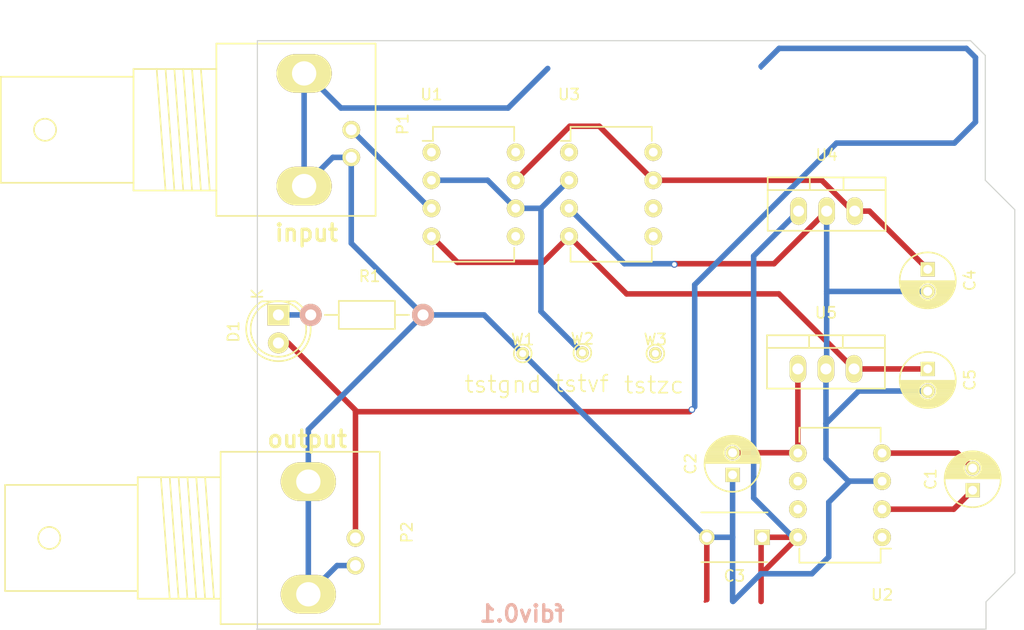
<source format=kicad_pcb>
(kicad_pcb (version 4) (host pcbnew 4.0.2+dfsg1-stable)

  (general
    (links 33)
    (no_connects 0)
    (area 148.539999 51.638999 217.220001 105.079001)
    (thickness 1.6)
    (drawings 16)
    (tracks 106)
    (zones 0)
    (modules 17)
    (nets 17)
  )

  (page A4)
  (layers
    (0 F.Cu signal)
    (31 B.Cu signal)
    (32 B.Adhes user)
    (33 F.Adhes user)
    (34 B.Paste user)
    (35 F.Paste user)
    (36 B.SilkS user)
    (37 F.SilkS user)
    (38 B.Mask user)
    (39 F.Mask user)
    (40 Dwgs.User user)
    (41 Cmts.User user)
    (42 Eco1.User user)
    (43 Eco2.User user)
    (44 Edge.Cuts user)
    (45 Margin user)
    (46 B.CrtYd user)
    (47 F.CrtYd user)
    (48 B.Fab user)
    (49 F.Fab user)
  )

  (setup
    (last_trace_width 0.5)
    (user_trace_width 0.5)
    (trace_clearance 0.2)
    (zone_clearance 0.508)
    (zone_45_only no)
    (trace_min 0.2)
    (segment_width 0.2)
    (edge_width 0.1)
    (via_size 0.6)
    (via_drill 0.4)
    (via_min_size 0.4)
    (via_min_drill 0.3)
    (uvia_size 0.3)
    (uvia_drill 0.1)
    (uvias_allowed no)
    (uvia_min_size 0.2)
    (uvia_min_drill 0.1)
    (pcb_text_width 0.3)
    (pcb_text_size 1.5 1.5)
    (mod_edge_width 0.15)
    (mod_text_size 1 1)
    (mod_text_width 0.15)
    (pad_size 2.49936 1.50114)
    (pad_drill 1.00076)
    (pad_to_mask_clearance 0)
    (aux_axis_origin 0 0)
    (visible_elements FFFFFF7F)
    (pcbplotparams
      (layerselection 0x010f0_80000001)
      (usegerberextensions true)
      (excludeedgelayer true)
      (linewidth 0.100000)
      (plotframeref false)
      (viasonmask false)
      (mode 1)
      (useauxorigin false)
      (hpglpennumber 1)
      (hpglpenspeed 20)
      (hpglpendiameter 15)
      (hpglpenoverlay 2)
      (psnegative false)
      (psa4output false)
      (plotreference true)
      (plotvalue true)
      (plotinvisibletext false)
      (padsonsilk false)
      (subtractmaskfromsilk false)
      (outputformat 1)
      (mirror false)
      (drillshape 0)
      (scaleselection 1)
      (outputdirectory gerbers/))
  )

  (net 0 "")
  (net 1 "Net-(C1-Pad1)")
  (net 2 "Net-(C1-Pad2)")
  (net 3 GND)
  (net 4 -12V)
  (net 5 +5V)
  (net 6 -5V)
  (net 7 "Net-(D1-Pad1)")
  (net 8 "Net-(D1-Pad2)")
  (net 9 "Net-(P1-Pad1)")
  (net 10 +12V)
  (net 11 "Net-(SHIELD1-Pad3)")
  (net 12 "Net-(U1-Pad2)")
  (net 13 "Net-(U2-Pad1)")
  (net 14 "Net-(U2-Pad6)")
  (net 15 "Net-(U2-Pad7)")
  (net 16 "Net-(W3-Pad1)")

  (net_class Default "This is the default net class."
    (clearance 0.2)
    (trace_width 0.5)
    (via_dia 0.6)
    (via_drill 0.4)
    (uvia_dia 0.3)
    (uvia_drill 0.1)
    (add_net +12V)
    (add_net +5V)
    (add_net -12V)
    (add_net -5V)
    (add_net GND)
    (add_net "Net-(C1-Pad1)")
    (add_net "Net-(C1-Pad2)")
    (add_net "Net-(D1-Pad1)")
    (add_net "Net-(D1-Pad2)")
    (add_net "Net-(P1-Pad1)")
    (add_net "Net-(SHIELD1-Pad3)")
    (add_net "Net-(U1-Pad2)")
    (add_net "Net-(U2-Pad1)")
    (add_net "Net-(U2-Pad6)")
    (add_net "Net-(U2-Pad7)")
    (add_net "Net-(W3-Pad1)")
  )

  (module Housings_DIP:DIP-8_W7.62mm (layer F.Cu) (tedit 54130A77) (tstamp 59C40D2A)
    (at 176.8475 61.7855)
    (descr "8-lead dip package, row spacing 7.62 mm (300 mils)")
    (tags "dil dip 2.54 300")
    (path /59F7851E)
    (fp_text reference U3 (at 0 -5.22) (layer F.SilkS)
      (effects (font (size 1 1) (thickness 0.15)))
    )
    (fp_text value TL071 (at 0 -3.72) (layer F.Fab)
      (effects (font (size 1 1) (thickness 0.15)))
    )
    (fp_line (start -1.05 -2.45) (end -1.05 10.1) (layer F.CrtYd) (width 0.05))
    (fp_line (start 8.65 -2.45) (end 8.65 10.1) (layer F.CrtYd) (width 0.05))
    (fp_line (start -1.05 -2.45) (end 8.65 -2.45) (layer F.CrtYd) (width 0.05))
    (fp_line (start -1.05 10.1) (end 8.65 10.1) (layer F.CrtYd) (width 0.05))
    (fp_line (start 0.135 -2.295) (end 0.135 -1.025) (layer F.SilkS) (width 0.15))
    (fp_line (start 7.485 -2.295) (end 7.485 -1.025) (layer F.SilkS) (width 0.15))
    (fp_line (start 7.485 9.915) (end 7.485 8.645) (layer F.SilkS) (width 0.15))
    (fp_line (start 0.135 9.915) (end 0.135 8.645) (layer F.SilkS) (width 0.15))
    (fp_line (start 0.135 -2.295) (end 7.485 -2.295) (layer F.SilkS) (width 0.15))
    (fp_line (start 0.135 9.915) (end 7.485 9.915) (layer F.SilkS) (width 0.15))
    (fp_line (start 0.135 -1.025) (end -0.8 -1.025) (layer F.SilkS) (width 0.15))
    (pad 1 thru_hole oval (at 0 0) (size 1.6 1.6) (drill 0.8) (layers *.Cu *.Mask F.SilkS))
    (pad 2 thru_hole oval (at 0 2.54) (size 1.6 1.6) (drill 0.8) (layers *.Cu *.Mask F.SilkS)
      (net 12 "Net-(U1-Pad2)"))
    (pad 3 thru_hole oval (at 0 5.08) (size 1.6 1.6) (drill 0.8) (layers *.Cu *.Mask F.SilkS)
      (net 3 GND))
    (pad 4 thru_hole oval (at 0 7.62) (size 1.6 1.6) (drill 0.8) (layers *.Cu *.Mask F.SilkS)
      (net 6 -5V))
    (pad 5 thru_hole oval (at 7.62 7.62) (size 1.6 1.6) (drill 0.8) (layers *.Cu *.Mask F.SilkS))
    (pad 6 thru_hole oval (at 7.62 5.08) (size 1.6 1.6) (drill 0.8) (layers *.Cu *.Mask F.SilkS)
      (net 11 "Net-(SHIELD1-Pad3)"))
    (pad 7 thru_hole oval (at 7.62 2.54) (size 1.6 1.6) (drill 0.8) (layers *.Cu *.Mask F.SilkS)
      (net 5 +5V))
    (pad 8 thru_hole oval (at 7.62 0) (size 1.6 1.6) (drill 0.8) (layers *.Cu *.Mask F.SilkS))
    (model Housings_DIP.3dshapes/DIP-8_W7.62mm.wrl
      (at (xyz 0 0 0))
      (scale (xyz 1 1 1))
      (rotate (xyz 0 0 0))
    )
  )

  (module Capacitors_ThroughHole:C_Radial_D5_L11_P2 (layer F.Cu) (tedit 0) (tstamp 59C40CAE)
    (at 213.36 92.3925 90)
    (descr "Radial Electrolytic Capacitor 5mm x Length 11mm, Pitch 2mm")
    (tags "Electrolytic Capacitor")
    (path /59C3CDA3)
    (fp_text reference C1 (at 1 -3.8 90) (layer F.SilkS)
      (effects (font (size 1 1) (thickness 0.15)))
    )
    (fp_text value 10uF (at 1 3.8 90) (layer F.Fab)
      (effects (font (size 1 1) (thickness 0.15)))
    )
    (fp_line (start 1.075 -2.499) (end 1.075 2.499) (layer F.SilkS) (width 0.15))
    (fp_line (start 1.215 -2.491) (end 1.215 -0.154) (layer F.SilkS) (width 0.15))
    (fp_line (start 1.215 0.154) (end 1.215 2.491) (layer F.SilkS) (width 0.15))
    (fp_line (start 1.355 -2.475) (end 1.355 -0.473) (layer F.SilkS) (width 0.15))
    (fp_line (start 1.355 0.473) (end 1.355 2.475) (layer F.SilkS) (width 0.15))
    (fp_line (start 1.495 -2.451) (end 1.495 -0.62) (layer F.SilkS) (width 0.15))
    (fp_line (start 1.495 0.62) (end 1.495 2.451) (layer F.SilkS) (width 0.15))
    (fp_line (start 1.635 -2.418) (end 1.635 -0.712) (layer F.SilkS) (width 0.15))
    (fp_line (start 1.635 0.712) (end 1.635 2.418) (layer F.SilkS) (width 0.15))
    (fp_line (start 1.775 -2.377) (end 1.775 -0.768) (layer F.SilkS) (width 0.15))
    (fp_line (start 1.775 0.768) (end 1.775 2.377) (layer F.SilkS) (width 0.15))
    (fp_line (start 1.915 -2.327) (end 1.915 -0.795) (layer F.SilkS) (width 0.15))
    (fp_line (start 1.915 0.795) (end 1.915 2.327) (layer F.SilkS) (width 0.15))
    (fp_line (start 2.055 -2.266) (end 2.055 -0.798) (layer F.SilkS) (width 0.15))
    (fp_line (start 2.055 0.798) (end 2.055 2.266) (layer F.SilkS) (width 0.15))
    (fp_line (start 2.195 -2.196) (end 2.195 -0.776) (layer F.SilkS) (width 0.15))
    (fp_line (start 2.195 0.776) (end 2.195 2.196) (layer F.SilkS) (width 0.15))
    (fp_line (start 2.335 -2.114) (end 2.335 -0.726) (layer F.SilkS) (width 0.15))
    (fp_line (start 2.335 0.726) (end 2.335 2.114) (layer F.SilkS) (width 0.15))
    (fp_line (start 2.475 -2.019) (end 2.475 -0.644) (layer F.SilkS) (width 0.15))
    (fp_line (start 2.475 0.644) (end 2.475 2.019) (layer F.SilkS) (width 0.15))
    (fp_line (start 2.615 -1.908) (end 2.615 -0.512) (layer F.SilkS) (width 0.15))
    (fp_line (start 2.615 0.512) (end 2.615 1.908) (layer F.SilkS) (width 0.15))
    (fp_line (start 2.755 -1.78) (end 2.755 -0.265) (layer F.SilkS) (width 0.15))
    (fp_line (start 2.755 0.265) (end 2.755 1.78) (layer F.SilkS) (width 0.15))
    (fp_line (start 2.895 -1.631) (end 2.895 1.631) (layer F.SilkS) (width 0.15))
    (fp_line (start 3.035 -1.452) (end 3.035 1.452) (layer F.SilkS) (width 0.15))
    (fp_line (start 3.175 -1.233) (end 3.175 1.233) (layer F.SilkS) (width 0.15))
    (fp_line (start 3.315 -0.944) (end 3.315 0.944) (layer F.SilkS) (width 0.15))
    (fp_line (start 3.455 -0.472) (end 3.455 0.472) (layer F.SilkS) (width 0.15))
    (fp_circle (center 2 0) (end 2 -0.8) (layer F.SilkS) (width 0.15))
    (fp_circle (center 1 0) (end 1 -2.5375) (layer F.SilkS) (width 0.15))
    (fp_circle (center 1 0) (end 1 -2.8) (layer F.CrtYd) (width 0.05))
    (pad 1 thru_hole rect (at 0 0 90) (size 1.3 1.3) (drill 0.8) (layers *.Cu *.Mask F.SilkS)
      (net 1 "Net-(C1-Pad1)"))
    (pad 2 thru_hole circle (at 2 0 90) (size 1.3 1.3) (drill 0.8) (layers *.Cu *.Mask F.SilkS)
      (net 2 "Net-(C1-Pad2)"))
    (model Capacitors_ThroughHole.3dshapes/C_Radial_D5_L11_P2.wrl
      (at (xyz 0 0 0))
      (scale (xyz 1 1 1))
      (rotate (xyz 0 0 0))
    )
  )

  (module Capacitors_ThroughHole:C_Radial_D5_L11_P2 (layer F.Cu) (tedit 0) (tstamp 59C40CB4)
    (at 191.643 90.9955 90)
    (descr "Radial Electrolytic Capacitor 5mm x Length 11mm, Pitch 2mm")
    (tags "Electrolytic Capacitor")
    (path /59C3D0B6)
    (fp_text reference C2 (at 1 -3.8 90) (layer F.SilkS)
      (effects (font (size 1 1) (thickness 0.15)))
    )
    (fp_text value 10uF (at 1 3.8 90) (layer F.Fab)
      (effects (font (size 1 1) (thickness 0.15)))
    )
    (fp_line (start 1.075 -2.499) (end 1.075 2.499) (layer F.SilkS) (width 0.15))
    (fp_line (start 1.215 -2.491) (end 1.215 -0.154) (layer F.SilkS) (width 0.15))
    (fp_line (start 1.215 0.154) (end 1.215 2.491) (layer F.SilkS) (width 0.15))
    (fp_line (start 1.355 -2.475) (end 1.355 -0.473) (layer F.SilkS) (width 0.15))
    (fp_line (start 1.355 0.473) (end 1.355 2.475) (layer F.SilkS) (width 0.15))
    (fp_line (start 1.495 -2.451) (end 1.495 -0.62) (layer F.SilkS) (width 0.15))
    (fp_line (start 1.495 0.62) (end 1.495 2.451) (layer F.SilkS) (width 0.15))
    (fp_line (start 1.635 -2.418) (end 1.635 -0.712) (layer F.SilkS) (width 0.15))
    (fp_line (start 1.635 0.712) (end 1.635 2.418) (layer F.SilkS) (width 0.15))
    (fp_line (start 1.775 -2.377) (end 1.775 -0.768) (layer F.SilkS) (width 0.15))
    (fp_line (start 1.775 0.768) (end 1.775 2.377) (layer F.SilkS) (width 0.15))
    (fp_line (start 1.915 -2.327) (end 1.915 -0.795) (layer F.SilkS) (width 0.15))
    (fp_line (start 1.915 0.795) (end 1.915 2.327) (layer F.SilkS) (width 0.15))
    (fp_line (start 2.055 -2.266) (end 2.055 -0.798) (layer F.SilkS) (width 0.15))
    (fp_line (start 2.055 0.798) (end 2.055 2.266) (layer F.SilkS) (width 0.15))
    (fp_line (start 2.195 -2.196) (end 2.195 -0.776) (layer F.SilkS) (width 0.15))
    (fp_line (start 2.195 0.776) (end 2.195 2.196) (layer F.SilkS) (width 0.15))
    (fp_line (start 2.335 -2.114) (end 2.335 -0.726) (layer F.SilkS) (width 0.15))
    (fp_line (start 2.335 0.726) (end 2.335 2.114) (layer F.SilkS) (width 0.15))
    (fp_line (start 2.475 -2.019) (end 2.475 -0.644) (layer F.SilkS) (width 0.15))
    (fp_line (start 2.475 0.644) (end 2.475 2.019) (layer F.SilkS) (width 0.15))
    (fp_line (start 2.615 -1.908) (end 2.615 -0.512) (layer F.SilkS) (width 0.15))
    (fp_line (start 2.615 0.512) (end 2.615 1.908) (layer F.SilkS) (width 0.15))
    (fp_line (start 2.755 -1.78) (end 2.755 -0.265) (layer F.SilkS) (width 0.15))
    (fp_line (start 2.755 0.265) (end 2.755 1.78) (layer F.SilkS) (width 0.15))
    (fp_line (start 2.895 -1.631) (end 2.895 1.631) (layer F.SilkS) (width 0.15))
    (fp_line (start 3.035 -1.452) (end 3.035 1.452) (layer F.SilkS) (width 0.15))
    (fp_line (start 3.175 -1.233) (end 3.175 1.233) (layer F.SilkS) (width 0.15))
    (fp_line (start 3.315 -0.944) (end 3.315 0.944) (layer F.SilkS) (width 0.15))
    (fp_line (start 3.455 -0.472) (end 3.455 0.472) (layer F.SilkS) (width 0.15))
    (fp_circle (center 2 0) (end 2 -0.8) (layer F.SilkS) (width 0.15))
    (fp_circle (center 1 0) (end 1 -2.5375) (layer F.SilkS) (width 0.15))
    (fp_circle (center 1 0) (end 1 -2.8) (layer F.CrtYd) (width 0.05))
    (pad 1 thru_hole rect (at 0 0 90) (size 1.3 1.3) (drill 0.8) (layers *.Cu *.Mask F.SilkS)
      (net 3 GND))
    (pad 2 thru_hole circle (at 2 0 90) (size 1.3 1.3) (drill 0.8) (layers *.Cu *.Mask F.SilkS)
      (net 4 -12V))
    (model Capacitors_ThroughHole.3dshapes/C_Radial_D5_L11_P2.wrl
      (at (xyz 0 0 0))
      (scale (xyz 1 1 1))
      (rotate (xyz 0 0 0))
    )
  )

  (module Capacitors_ThroughHole:C_Disc_D6_P5 (layer F.Cu) (tedit 0) (tstamp 59C40CBA)
    (at 194.31 96.647 180)
    (descr "Capacitor 6mm Disc, Pitch 5mm")
    (tags Capacitor)
    (path /59C3D311)
    (fp_text reference C3 (at 2.5 -3.5 180) (layer F.SilkS)
      (effects (font (size 1 1) (thickness 0.15)))
    )
    (fp_text value 100nF (at 2.5 3.5 180) (layer F.Fab)
      (effects (font (size 1 1) (thickness 0.15)))
    )
    (fp_line (start -0.95 -2.5) (end 5.95 -2.5) (layer F.CrtYd) (width 0.05))
    (fp_line (start 5.95 -2.5) (end 5.95 2.5) (layer F.CrtYd) (width 0.05))
    (fp_line (start 5.95 2.5) (end -0.95 2.5) (layer F.CrtYd) (width 0.05))
    (fp_line (start -0.95 2.5) (end -0.95 -2.5) (layer F.CrtYd) (width 0.05))
    (fp_line (start -0.5 -2.25) (end 5.5 -2.25) (layer F.SilkS) (width 0.15))
    (fp_line (start 5.5 2.25) (end -0.5 2.25) (layer F.SilkS) (width 0.15))
    (pad 1 thru_hole rect (at 0 0 180) (size 1.4 1.4) (drill 0.9) (layers *.Cu *.Mask F.SilkS)
      (net 10 +12V))
    (pad 2 thru_hole circle (at 5 0 180) (size 1.4 1.4) (drill 0.9) (layers *.Cu *.Mask F.SilkS)
      (net 3 GND))
    (model Capacitors_ThroughHole.3dshapes/C_Disc_D6_P5.wrl
      (at (xyz 0.0984252 0 0))
      (scale (xyz 1 1 1))
      (rotate (xyz 0 0 0))
    )
  )

  (module Capacitors_ThroughHole:C_Radial_D5_L11_P2 (layer F.Cu) (tedit 0) (tstamp 59C40CC0)
    (at 209.296 72.39 270)
    (descr "Radial Electrolytic Capacitor 5mm x Length 11mm, Pitch 2mm")
    (tags "Electrolytic Capacitor")
    (path /59C402AE)
    (fp_text reference C4 (at 1 -3.8 270) (layer F.SilkS)
      (effects (font (size 1 1) (thickness 0.15)))
    )
    (fp_text value 2.2uF (at 1 3.8 270) (layer F.Fab)
      (effects (font (size 1 1) (thickness 0.15)))
    )
    (fp_line (start 1.075 -2.499) (end 1.075 2.499) (layer F.SilkS) (width 0.15))
    (fp_line (start 1.215 -2.491) (end 1.215 -0.154) (layer F.SilkS) (width 0.15))
    (fp_line (start 1.215 0.154) (end 1.215 2.491) (layer F.SilkS) (width 0.15))
    (fp_line (start 1.355 -2.475) (end 1.355 -0.473) (layer F.SilkS) (width 0.15))
    (fp_line (start 1.355 0.473) (end 1.355 2.475) (layer F.SilkS) (width 0.15))
    (fp_line (start 1.495 -2.451) (end 1.495 -0.62) (layer F.SilkS) (width 0.15))
    (fp_line (start 1.495 0.62) (end 1.495 2.451) (layer F.SilkS) (width 0.15))
    (fp_line (start 1.635 -2.418) (end 1.635 -0.712) (layer F.SilkS) (width 0.15))
    (fp_line (start 1.635 0.712) (end 1.635 2.418) (layer F.SilkS) (width 0.15))
    (fp_line (start 1.775 -2.377) (end 1.775 -0.768) (layer F.SilkS) (width 0.15))
    (fp_line (start 1.775 0.768) (end 1.775 2.377) (layer F.SilkS) (width 0.15))
    (fp_line (start 1.915 -2.327) (end 1.915 -0.795) (layer F.SilkS) (width 0.15))
    (fp_line (start 1.915 0.795) (end 1.915 2.327) (layer F.SilkS) (width 0.15))
    (fp_line (start 2.055 -2.266) (end 2.055 -0.798) (layer F.SilkS) (width 0.15))
    (fp_line (start 2.055 0.798) (end 2.055 2.266) (layer F.SilkS) (width 0.15))
    (fp_line (start 2.195 -2.196) (end 2.195 -0.776) (layer F.SilkS) (width 0.15))
    (fp_line (start 2.195 0.776) (end 2.195 2.196) (layer F.SilkS) (width 0.15))
    (fp_line (start 2.335 -2.114) (end 2.335 -0.726) (layer F.SilkS) (width 0.15))
    (fp_line (start 2.335 0.726) (end 2.335 2.114) (layer F.SilkS) (width 0.15))
    (fp_line (start 2.475 -2.019) (end 2.475 -0.644) (layer F.SilkS) (width 0.15))
    (fp_line (start 2.475 0.644) (end 2.475 2.019) (layer F.SilkS) (width 0.15))
    (fp_line (start 2.615 -1.908) (end 2.615 -0.512) (layer F.SilkS) (width 0.15))
    (fp_line (start 2.615 0.512) (end 2.615 1.908) (layer F.SilkS) (width 0.15))
    (fp_line (start 2.755 -1.78) (end 2.755 -0.265) (layer F.SilkS) (width 0.15))
    (fp_line (start 2.755 0.265) (end 2.755 1.78) (layer F.SilkS) (width 0.15))
    (fp_line (start 2.895 -1.631) (end 2.895 1.631) (layer F.SilkS) (width 0.15))
    (fp_line (start 3.035 -1.452) (end 3.035 1.452) (layer F.SilkS) (width 0.15))
    (fp_line (start 3.175 -1.233) (end 3.175 1.233) (layer F.SilkS) (width 0.15))
    (fp_line (start 3.315 -0.944) (end 3.315 0.944) (layer F.SilkS) (width 0.15))
    (fp_line (start 3.455 -0.472) (end 3.455 0.472) (layer F.SilkS) (width 0.15))
    (fp_circle (center 2 0) (end 2 -0.8) (layer F.SilkS) (width 0.15))
    (fp_circle (center 1 0) (end 1 -2.5375) (layer F.SilkS) (width 0.15))
    (fp_circle (center 1 0) (end 1 -2.8) (layer F.CrtYd) (width 0.05))
    (pad 1 thru_hole rect (at 0 0 270) (size 1.3 1.3) (drill 0.8) (layers *.Cu *.Mask F.SilkS)
      (net 5 +5V))
    (pad 2 thru_hole circle (at 2 0 270) (size 1.3 1.3) (drill 0.8) (layers *.Cu *.Mask F.SilkS)
      (net 3 GND))
    (model Capacitors_ThroughHole.3dshapes/C_Radial_D5_L11_P2.wrl
      (at (xyz 0 0 0))
      (scale (xyz 1 1 1))
      (rotate (xyz 0 0 0))
    )
  )

  (module Capacitors_ThroughHole:C_Radial_D5_L11_P2 (layer F.Cu) (tedit 0) (tstamp 59C40CC6)
    (at 209.296 81.407 270)
    (descr "Radial Electrolytic Capacitor 5mm x Length 11mm, Pitch 2mm")
    (tags "Electrolytic Capacitor")
    (path /59C3C8C3)
    (fp_text reference C5 (at 1 -3.8 270) (layer F.SilkS)
      (effects (font (size 1 1) (thickness 0.15)))
    )
    (fp_text value 2.2uF (at 1 3.8 270) (layer F.Fab)
      (effects (font (size 1 1) (thickness 0.15)))
    )
    (fp_line (start 1.075 -2.499) (end 1.075 2.499) (layer F.SilkS) (width 0.15))
    (fp_line (start 1.215 -2.491) (end 1.215 -0.154) (layer F.SilkS) (width 0.15))
    (fp_line (start 1.215 0.154) (end 1.215 2.491) (layer F.SilkS) (width 0.15))
    (fp_line (start 1.355 -2.475) (end 1.355 -0.473) (layer F.SilkS) (width 0.15))
    (fp_line (start 1.355 0.473) (end 1.355 2.475) (layer F.SilkS) (width 0.15))
    (fp_line (start 1.495 -2.451) (end 1.495 -0.62) (layer F.SilkS) (width 0.15))
    (fp_line (start 1.495 0.62) (end 1.495 2.451) (layer F.SilkS) (width 0.15))
    (fp_line (start 1.635 -2.418) (end 1.635 -0.712) (layer F.SilkS) (width 0.15))
    (fp_line (start 1.635 0.712) (end 1.635 2.418) (layer F.SilkS) (width 0.15))
    (fp_line (start 1.775 -2.377) (end 1.775 -0.768) (layer F.SilkS) (width 0.15))
    (fp_line (start 1.775 0.768) (end 1.775 2.377) (layer F.SilkS) (width 0.15))
    (fp_line (start 1.915 -2.327) (end 1.915 -0.795) (layer F.SilkS) (width 0.15))
    (fp_line (start 1.915 0.795) (end 1.915 2.327) (layer F.SilkS) (width 0.15))
    (fp_line (start 2.055 -2.266) (end 2.055 -0.798) (layer F.SilkS) (width 0.15))
    (fp_line (start 2.055 0.798) (end 2.055 2.266) (layer F.SilkS) (width 0.15))
    (fp_line (start 2.195 -2.196) (end 2.195 -0.776) (layer F.SilkS) (width 0.15))
    (fp_line (start 2.195 0.776) (end 2.195 2.196) (layer F.SilkS) (width 0.15))
    (fp_line (start 2.335 -2.114) (end 2.335 -0.726) (layer F.SilkS) (width 0.15))
    (fp_line (start 2.335 0.726) (end 2.335 2.114) (layer F.SilkS) (width 0.15))
    (fp_line (start 2.475 -2.019) (end 2.475 -0.644) (layer F.SilkS) (width 0.15))
    (fp_line (start 2.475 0.644) (end 2.475 2.019) (layer F.SilkS) (width 0.15))
    (fp_line (start 2.615 -1.908) (end 2.615 -0.512) (layer F.SilkS) (width 0.15))
    (fp_line (start 2.615 0.512) (end 2.615 1.908) (layer F.SilkS) (width 0.15))
    (fp_line (start 2.755 -1.78) (end 2.755 -0.265) (layer F.SilkS) (width 0.15))
    (fp_line (start 2.755 0.265) (end 2.755 1.78) (layer F.SilkS) (width 0.15))
    (fp_line (start 2.895 -1.631) (end 2.895 1.631) (layer F.SilkS) (width 0.15))
    (fp_line (start 3.035 -1.452) (end 3.035 1.452) (layer F.SilkS) (width 0.15))
    (fp_line (start 3.175 -1.233) (end 3.175 1.233) (layer F.SilkS) (width 0.15))
    (fp_line (start 3.315 -0.944) (end 3.315 0.944) (layer F.SilkS) (width 0.15))
    (fp_line (start 3.455 -0.472) (end 3.455 0.472) (layer F.SilkS) (width 0.15))
    (fp_circle (center 2 0) (end 2 -0.8) (layer F.SilkS) (width 0.15))
    (fp_circle (center 1 0) (end 1 -2.5375) (layer F.SilkS) (width 0.15))
    (fp_circle (center 1 0) (end 1 -2.8) (layer F.CrtYd) (width 0.05))
    (pad 1 thru_hole rect (at 0 0 270) (size 1.3 1.3) (drill 0.8) (layers *.Cu *.Mask F.SilkS)
      (net 6 -5V))
    (pad 2 thru_hole circle (at 2 0 270) (size 1.3 1.3) (drill 0.8) (layers *.Cu *.Mask F.SilkS)
      (net 3 GND))
    (model Capacitors_ThroughHole.3dshapes/C_Radial_D5_L11_P2.wrl
      (at (xyz 0 0 0))
      (scale (xyz 1 1 1))
      (rotate (xyz 0 0 0))
    )
  )

  (module LEDs:LED-5MM (layer F.Cu) (tedit 5570F7EA) (tstamp 59C40CCC)
    (at 150.5585 76.5175 270)
    (descr "LED 5mm round vertical")
    (tags "LED 5mm round vertical")
    (path /59C3EF66)
    (fp_text reference D1 (at 1.524 4.064 270) (layer F.SilkS)
      (effects (font (size 1 1) (thickness 0.15)))
    )
    (fp_text value LED (at 1.524 -3.937 270) (layer F.Fab)
      (effects (font (size 1 1) (thickness 0.15)))
    )
    (fp_line (start -1.5 -1.55) (end -1.5 1.55) (layer F.CrtYd) (width 0.05))
    (fp_arc (start 1.3 0) (end -1.5 1.55) (angle -302) (layer F.CrtYd) (width 0.05))
    (fp_arc (start 1.27 0) (end -1.23 -1.5) (angle 297.5) (layer F.SilkS) (width 0.15))
    (fp_line (start -1.23 1.5) (end -1.23 -1.5) (layer F.SilkS) (width 0.15))
    (fp_circle (center 1.27 0) (end 0.97 -2.5) (layer F.SilkS) (width 0.15))
    (fp_text user K (at -1.905 1.905 270) (layer F.SilkS)
      (effects (font (size 1 1) (thickness 0.15)))
    )
    (pad 1 thru_hole rect (at 0 0) (size 2 1.9) (drill 1.00076) (layers *.Cu *.Mask F.SilkS)
      (net 7 "Net-(D1-Pad1)"))
    (pad 2 thru_hole circle (at 2.54 0 270) (size 1.9 1.9) (drill 1.00076) (layers *.Cu *.Mask F.SilkS)
      (net 8 "Net-(D1-Pad2)"))
    (model LEDs.3dshapes/LED-5MM.wrl
      (at (xyz 0.05 0 0))
      (scale (xyz 1 1 1))
      (rotate (xyz 0 0 90))
    )
  )

  (module Sockets_BNC:BNC_Socket_TYCO-AMP (layer F.Cu) (tedit 0) (tstamp 59C40CD4)
    (at 152.146 59.7535 90)
    (descr "BNC Socket TYCO AMP")
    (tags "BNC Socket TYCO AMP")
    (path /59C279E6)
    (fp_text reference P1 (at 0.508 9.652 90) (layer F.SilkS)
      (effects (font (size 1 1) (thickness 0.15)))
    )
    (fp_text value BNC (at 10.89914 -9.6012 180) (layer F.Fab)
      (effects (font (size 1 1) (thickness 0.15)))
    )
    (fp_line (start -5.4991 -11.80084) (end 5.4991 -12.60094) (layer F.SilkS) (width 0.15))
    (fp_line (start -5.4991 -11.00074) (end 5.4991 -11.80084) (layer F.SilkS) (width 0.15))
    (fp_line (start -5.4991 -10.20064) (end 5.4991 -11.00074) (layer F.SilkS) (width 0.15))
    (fp_line (start -5.4991 -9.40054) (end 5.4991 -10.20064) (layer F.SilkS) (width 0.15))
    (fp_line (start -5.4991 -8.60044) (end 5.4991 -9.40054) (layer F.SilkS) (width 0.15))
    (fp_line (start -5.4991 -7.80034) (end 5.4991 -8.60044) (layer F.SilkS) (width 0.15))
    (fp_circle (center 0 -22.69998) (end 1.00076 -22.69998) (layer F.SilkS) (width 0.15))
    (fp_line (start 4.8006 -14.69898) (end 4.8006 -26.70048) (layer F.SilkS) (width 0.15))
    (fp_line (start 4.8006 -26.70048) (end -4.8006 -26.70048) (layer F.SilkS) (width 0.15))
    (fp_line (start -4.8006 -26.70048) (end -4.8006 -14.69898) (layer F.SilkS) (width 0.15))
    (fp_line (start 5.4991 -7.2009) (end 5.4991 -14.69898) (layer F.SilkS) (width 0.15))
    (fp_line (start 5.4991 -14.69898) (end -5.4991 -14.69898) (layer F.SilkS) (width 0.15))
    (fp_line (start -5.4991 -14.69898) (end -5.4991 -7.2009) (layer F.SilkS) (width 0.15))
    (fp_line (start -7.80034 7.2009) (end 7.80034 7.2009) (layer F.SilkS) (width 0.15))
    (fp_line (start 7.80034 7.2009) (end 7.80034 -7.2009) (layer F.SilkS) (width 0.15))
    (fp_line (start 7.80034 -7.2009) (end -7.80034 -7.2009) (layer F.SilkS) (width 0.15))
    (fp_line (start -7.80034 -7.2009) (end -7.80034 7.2009) (layer F.SilkS) (width 0.15))
    (pad 2 thru_hole oval (at -5.09778 0.7366 90) (size 3.50012 5.00126) (drill 2.19964) (layers *.Cu *.Mask F.SilkS)
      (net 3 GND))
    (pad 2 thru_hole oval (at 5.10032 0.7366 90) (size 3.50012 5.00126) (drill 2.19964) (layers *.Cu *.Mask F.SilkS)
      (net 3 GND))
    (pad 1 thru_hole circle (at 0 5.00126 90) (size 1.6002 1.6002) (drill 1.00076) (layers *.Cu *.Mask F.SilkS)
      (net 9 "Net-(P1-Pad1)"))
    (pad 2 thru_hole circle (at -2.49936 5.00126 90) (size 1.6002 1.6002) (drill 1.00076) (layers *.Cu *.Mask F.SilkS)
      (net 3 GND))
    (model Sockets_BNC.3dshapes/BNC_Socket_TYCO-AMP.wrl
      (at (xyz 0 0 0))
      (scale (xyz 0.3937 0.3937 0.3937))
      (rotate (xyz 0 0 0))
    )
  )

  (module Sockets_BNC:BNC_Socket_TYCO-AMP (layer F.Cu) (tedit 0) (tstamp 59C40CDC)
    (at 152.527 96.7105 90)
    (descr "BNC Socket TYCO AMP")
    (tags "BNC Socket TYCO AMP")
    (path /59C28291)
    (fp_text reference P2 (at 0.508 9.652 90) (layer F.SilkS)
      (effects (font (size 1 1) (thickness 0.15)))
    )
    (fp_text value BNC (at 10.89914 -9.6012 180) (layer F.Fab)
      (effects (font (size 1 1) (thickness 0.15)))
    )
    (fp_line (start -5.4991 -11.80084) (end 5.4991 -12.60094) (layer F.SilkS) (width 0.15))
    (fp_line (start -5.4991 -11.00074) (end 5.4991 -11.80084) (layer F.SilkS) (width 0.15))
    (fp_line (start -5.4991 -10.20064) (end 5.4991 -11.00074) (layer F.SilkS) (width 0.15))
    (fp_line (start -5.4991 -9.40054) (end 5.4991 -10.20064) (layer F.SilkS) (width 0.15))
    (fp_line (start -5.4991 -8.60044) (end 5.4991 -9.40054) (layer F.SilkS) (width 0.15))
    (fp_line (start -5.4991 -7.80034) (end 5.4991 -8.60044) (layer F.SilkS) (width 0.15))
    (fp_circle (center 0 -22.69998) (end 1.00076 -22.69998) (layer F.SilkS) (width 0.15))
    (fp_line (start 4.8006 -14.69898) (end 4.8006 -26.70048) (layer F.SilkS) (width 0.15))
    (fp_line (start 4.8006 -26.70048) (end -4.8006 -26.70048) (layer F.SilkS) (width 0.15))
    (fp_line (start -4.8006 -26.70048) (end -4.8006 -14.69898) (layer F.SilkS) (width 0.15))
    (fp_line (start 5.4991 -7.2009) (end 5.4991 -14.69898) (layer F.SilkS) (width 0.15))
    (fp_line (start 5.4991 -14.69898) (end -5.4991 -14.69898) (layer F.SilkS) (width 0.15))
    (fp_line (start -5.4991 -14.69898) (end -5.4991 -7.2009) (layer F.SilkS) (width 0.15))
    (fp_line (start -7.80034 7.2009) (end 7.80034 7.2009) (layer F.SilkS) (width 0.15))
    (fp_line (start 7.80034 7.2009) (end 7.80034 -7.2009) (layer F.SilkS) (width 0.15))
    (fp_line (start 7.80034 -7.2009) (end -7.80034 -7.2009) (layer F.SilkS) (width 0.15))
    (fp_line (start -7.80034 -7.2009) (end -7.80034 7.2009) (layer F.SilkS) (width 0.15))
    (pad 2 thru_hole oval (at -5.09778 0.7366 90) (size 3.50012 5.00126) (drill 2.19964) (layers *.Cu *.Mask F.SilkS)
      (net 3 GND))
    (pad 2 thru_hole oval (at 5.10032 0.7366 90) (size 3.50012 5.00126) (drill 2.19964) (layers *.Cu *.Mask F.SilkS)
      (net 3 GND))
    (pad 1 thru_hole circle (at 0 5.00126 90) (size 1.6002 1.6002) (drill 1.00076) (layers *.Cu *.Mask F.SilkS)
      (net 8 "Net-(D1-Pad2)"))
    (pad 2 thru_hole circle (at -2.49936 5.00126 90) (size 1.6002 1.6002) (drill 1.00076) (layers *.Cu *.Mask F.SilkS)
      (net 3 GND))
    (model Sockets_BNC.3dshapes/BNC_Socket_TYCO-AMP.wrl
      (at (xyz 0 0 0))
      (scale (xyz 0.3937 0.3937 0.3937))
      (rotate (xyz 0 0 0))
    )
  )

  (module Resistors_ThroughHole:Resistor_Horizontal_RM10mm (layer F.Cu) (tedit 56648415) (tstamp 59C40CE2)
    (at 153.4795 76.5175)
    (descr "Resistor, Axial,  RM 10mm, 1/3W")
    (tags "Resistor Axial RM 10mm 1/3W")
    (path /59C3F099)
    (fp_text reference R1 (at 5.32892 -3.50012) (layer F.SilkS)
      (effects (font (size 1 1) (thickness 0.15)))
    )
    (fp_text value 270 (at 5.08 3.81) (layer F.Fab)
      (effects (font (size 1 1) (thickness 0.15)))
    )
    (fp_line (start -1.25 -1.5) (end 11.4 -1.5) (layer F.CrtYd) (width 0.05))
    (fp_line (start -1.25 1.5) (end -1.25 -1.5) (layer F.CrtYd) (width 0.05))
    (fp_line (start 11.4 -1.5) (end 11.4 1.5) (layer F.CrtYd) (width 0.05))
    (fp_line (start -1.25 1.5) (end 11.4 1.5) (layer F.CrtYd) (width 0.05))
    (fp_line (start 2.54 -1.27) (end 7.62 -1.27) (layer F.SilkS) (width 0.15))
    (fp_line (start 7.62 -1.27) (end 7.62 1.27) (layer F.SilkS) (width 0.15))
    (fp_line (start 7.62 1.27) (end 2.54 1.27) (layer F.SilkS) (width 0.15))
    (fp_line (start 2.54 1.27) (end 2.54 -1.27) (layer F.SilkS) (width 0.15))
    (fp_line (start 2.54 0) (end 1.27 0) (layer F.SilkS) (width 0.15))
    (fp_line (start 7.62 0) (end 8.89 0) (layer F.SilkS) (width 0.15))
    (pad 1 thru_hole circle (at 0 0) (size 1.99898 1.99898) (drill 1.00076) (layers *.Cu *.SilkS *.Mask)
      (net 7 "Net-(D1-Pad1)"))
    (pad 2 thru_hole circle (at 10.16 0) (size 1.99898 1.99898) (drill 1.00076) (layers *.Cu *.SilkS *.Mask)
      (net 3 GND))
    (model Resistors_ThroughHole.3dshapes/Resistor_Horizontal_RM10mm.wrl
      (at (xyz 0 0 0))
      (scale (xyz 0.4 0.4 0.4))
      (rotate (xyz 0 0 0))
    )
  )

  (module Housings_DIP:DIP-8_W7.62mm (layer F.Cu) (tedit 54130A77) (tstamp 59C40D12)
    (at 164.4015 61.7855)
    (descr "8-lead dip package, row spacing 7.62 mm (300 mils)")
    (tags "dil dip 2.54 300")
    (path /59C2AC82)
    (fp_text reference U1 (at 0 -5.22) (layer F.SilkS)
      (effects (font (size 1 1) (thickness 0.15)))
    )
    (fp_text value TL071 (at 0 -3.72) (layer F.Fab)
      (effects (font (size 1 1) (thickness 0.15)))
    )
    (fp_line (start -1.05 -2.45) (end -1.05 10.1) (layer F.CrtYd) (width 0.05))
    (fp_line (start 8.65 -2.45) (end 8.65 10.1) (layer F.CrtYd) (width 0.05))
    (fp_line (start -1.05 -2.45) (end 8.65 -2.45) (layer F.CrtYd) (width 0.05))
    (fp_line (start -1.05 10.1) (end 8.65 10.1) (layer F.CrtYd) (width 0.05))
    (fp_line (start 0.135 -2.295) (end 0.135 -1.025) (layer F.SilkS) (width 0.15))
    (fp_line (start 7.485 -2.295) (end 7.485 -1.025) (layer F.SilkS) (width 0.15))
    (fp_line (start 7.485 9.915) (end 7.485 8.645) (layer F.SilkS) (width 0.15))
    (fp_line (start 0.135 9.915) (end 0.135 8.645) (layer F.SilkS) (width 0.15))
    (fp_line (start 0.135 -2.295) (end 7.485 -2.295) (layer F.SilkS) (width 0.15))
    (fp_line (start 0.135 9.915) (end 7.485 9.915) (layer F.SilkS) (width 0.15))
    (fp_line (start 0.135 -1.025) (end -0.8 -1.025) (layer F.SilkS) (width 0.15))
    (pad 1 thru_hole oval (at 0 0) (size 1.6 1.6) (drill 0.8) (layers *.Cu *.Mask F.SilkS))
    (pad 2 thru_hole oval (at 0 2.54) (size 1.6 1.6) (drill 0.8) (layers *.Cu *.Mask F.SilkS)
      (net 12 "Net-(U1-Pad2)"))
    (pad 3 thru_hole oval (at 0 5.08) (size 1.6 1.6) (drill 0.8) (layers *.Cu *.Mask F.SilkS)
      (net 9 "Net-(P1-Pad1)"))
    (pad 4 thru_hole oval (at 0 7.62) (size 1.6 1.6) (drill 0.8) (layers *.Cu *.Mask F.SilkS)
      (net 6 -5V))
    (pad 5 thru_hole oval (at 7.62 7.62) (size 1.6 1.6) (drill 0.8) (layers *.Cu *.Mask F.SilkS))
    (pad 6 thru_hole oval (at 7.62 5.08) (size 1.6 1.6) (drill 0.8) (layers *.Cu *.Mask F.SilkS)
      (net 12 "Net-(U1-Pad2)"))
    (pad 7 thru_hole oval (at 7.62 2.54) (size 1.6 1.6) (drill 0.8) (layers *.Cu *.Mask F.SilkS)
      (net 5 +5V))
    (pad 8 thru_hole oval (at 7.62 0) (size 1.6 1.6) (drill 0.8) (layers *.Cu *.Mask F.SilkS))
    (model Housings_DIP.3dshapes/DIP-8_W7.62mm.wrl
      (at (xyz 0 0 0))
      (scale (xyz 1 1 1))
      (rotate (xyz 0 0 0))
    )
  )

  (module Housings_DIP:DIP-8_W7.62mm (layer F.Cu) (tedit 54130A77) (tstamp 59C40D1E)
    (at 205.1685 96.647 180)
    (descr "8-lead dip package, row spacing 7.62 mm (300 mils)")
    (tags "dil dip 2.54 300")
    (path /59C3CC45)
    (fp_text reference U2 (at 0 -5.22 180) (layer F.SilkS)
      (effects (font (size 1 1) (thickness 0.15)))
    )
    (fp_text value MAX1044 (at 0 -3.72 180) (layer F.Fab)
      (effects (font (size 1 1) (thickness 0.15)))
    )
    (fp_line (start -1.05 -2.45) (end -1.05 10.1) (layer F.CrtYd) (width 0.05))
    (fp_line (start 8.65 -2.45) (end 8.65 10.1) (layer F.CrtYd) (width 0.05))
    (fp_line (start -1.05 -2.45) (end 8.65 -2.45) (layer F.CrtYd) (width 0.05))
    (fp_line (start -1.05 10.1) (end 8.65 10.1) (layer F.CrtYd) (width 0.05))
    (fp_line (start 0.135 -2.295) (end 0.135 -1.025) (layer F.SilkS) (width 0.15))
    (fp_line (start 7.485 -2.295) (end 7.485 -1.025) (layer F.SilkS) (width 0.15))
    (fp_line (start 7.485 9.915) (end 7.485 8.645) (layer F.SilkS) (width 0.15))
    (fp_line (start 0.135 9.915) (end 0.135 8.645) (layer F.SilkS) (width 0.15))
    (fp_line (start 0.135 -2.295) (end 7.485 -2.295) (layer F.SilkS) (width 0.15))
    (fp_line (start 0.135 9.915) (end 7.485 9.915) (layer F.SilkS) (width 0.15))
    (fp_line (start 0.135 -1.025) (end -0.8 -1.025) (layer F.SilkS) (width 0.15))
    (pad 1 thru_hole oval (at 0 0 180) (size 1.6 1.6) (drill 0.8) (layers *.Cu *.Mask F.SilkS)
      (net 13 "Net-(U2-Pad1)"))
    (pad 2 thru_hole oval (at 0 2.54 180) (size 1.6 1.6) (drill 0.8) (layers *.Cu *.Mask F.SilkS)
      (net 1 "Net-(C1-Pad1)"))
    (pad 3 thru_hole oval (at 0 5.08 180) (size 1.6 1.6) (drill 0.8) (layers *.Cu *.Mask F.SilkS)
      (net 3 GND))
    (pad 4 thru_hole oval (at 0 7.62 180) (size 1.6 1.6) (drill 0.8) (layers *.Cu *.Mask F.SilkS)
      (net 2 "Net-(C1-Pad2)"))
    (pad 5 thru_hole oval (at 7.62 7.62 180) (size 1.6 1.6) (drill 0.8) (layers *.Cu *.Mask F.SilkS)
      (net 4 -12V))
    (pad 6 thru_hole oval (at 7.62 5.08 180) (size 1.6 1.6) (drill 0.8) (layers *.Cu *.Mask F.SilkS)
      (net 14 "Net-(U2-Pad6)"))
    (pad 7 thru_hole oval (at 7.62 2.54 180) (size 1.6 1.6) (drill 0.8) (layers *.Cu *.Mask F.SilkS)
      (net 15 "Net-(U2-Pad7)"))
    (pad 8 thru_hole oval (at 7.62 0 180) (size 1.6 1.6) (drill 0.8) (layers *.Cu *.Mask F.SilkS)
      (net 10 +12V))
    (model Housings_DIP.3dshapes/DIP-8_W7.62mm.wrl
      (at (xyz 0 0 0))
      (scale (xyz 1 1 1))
      (rotate (xyz 0 0 0))
    )
  )

  (module TO_SOT_Packages_THT:TO-220_Neutral123_Vertical (layer F.Cu) (tedit 59C40A44) (tstamp 59C40D31)
    (at 200.152 67.1195)
    (descr "TO-220, Neutral, Vertical,")
    (tags "TO-220, Neutral, Vertical,")
    (path /59C3BD3E)
    (fp_text reference U4 (at 0 -5.08) (layer F.SilkS)
      (effects (font (size 1 1) (thickness 0.15)))
    )
    (fp_text value 7805 (at 0 3.81) (layer F.Fab)
      (effects (font (size 1 1) (thickness 0.15)))
    )
    (fp_line (start -1.524 -3.048) (end -1.524 -1.905) (layer F.SilkS) (width 0.15))
    (fp_line (start 1.524 -3.048) (end 1.524 -1.905) (layer F.SilkS) (width 0.15))
    (fp_line (start 5.334 -1.905) (end 5.334 1.778) (layer F.SilkS) (width 0.15))
    (fp_line (start 5.334 1.778) (end -5.334 1.778) (layer F.SilkS) (width 0.15))
    (fp_line (start -5.334 1.778) (end -5.334 -1.905) (layer F.SilkS) (width 0.15))
    (fp_line (start 5.334 -3.048) (end 5.334 -1.905) (layer F.SilkS) (width 0.15))
    (fp_line (start 5.334 -1.905) (end -5.334 -1.905) (layer F.SilkS) (width 0.15))
    (fp_line (start -5.334 -1.905) (end -5.334 -3.048) (layer F.SilkS) (width 0.15))
    (fp_line (start 0 -3.048) (end -5.334 -3.048) (layer F.SilkS) (width 0.15))
    (fp_line (start 0 -3.048) (end 5.334 -3.048) (layer F.SilkS) (width 0.15))
    (pad GND thru_hole oval (at 0 0 90) (size 2.49936 1.50114) (drill 1.00076) (layers *.Cu *.Mask F.SilkS)
      (net 3 GND))
    (pad VI thru_hole oval (at -2.54 0 90) (size 2.49936 1.50114) (drill 1.00076) (layers *.Cu *.Mask F.SilkS)
      (net 10 +12V))
    (pad VO thru_hole oval (at 2.54 0 90) (size 2.49936 1.50114) (drill 1.00076) (layers *.Cu *.Mask F.SilkS)
      (net 5 +5V))
    (model TO_SOT_Packages_THT.3dshapes/TO-220_Neutral123_Vertical.wrl
      (at (xyz 0 0 0))
      (scale (xyz 0.3937 0.3937 0.3937))
      (rotate (xyz 0 0 0))
    )
  )

  (module TO_SOT_Packages_THT:TO-220_Neutral123_Vertical (layer F.Cu) (tedit 59C40A33) (tstamp 59C40D38)
    (at 200.0885 81.407)
    (descr "TO-220, Neutral, Vertical,")
    (tags "TO-220, Neutral, Vertical,")
    (path /59C3C5B9)
    (fp_text reference U5 (at 0 -5.08) (layer F.SilkS)
      (effects (font (size 1 1) (thickness 0.15)))
    )
    (fp_text value 7905 (at 0 3.81) (layer F.Fab)
      (effects (font (size 1 1) (thickness 0.15)))
    )
    (fp_line (start -1.524 -3.048) (end -1.524 -1.905) (layer F.SilkS) (width 0.15))
    (fp_line (start 1.524 -3.048) (end 1.524 -1.905) (layer F.SilkS) (width 0.15))
    (fp_line (start 5.334 -1.905) (end 5.334 1.778) (layer F.SilkS) (width 0.15))
    (fp_line (start 5.334 1.778) (end -5.334 1.778) (layer F.SilkS) (width 0.15))
    (fp_line (start -5.334 1.778) (end -5.334 -1.905) (layer F.SilkS) (width 0.15))
    (fp_line (start 5.334 -3.048) (end 5.334 -1.905) (layer F.SilkS) (width 0.15))
    (fp_line (start 5.334 -1.905) (end -5.334 -1.905) (layer F.SilkS) (width 0.15))
    (fp_line (start -5.334 -1.905) (end -5.334 -3.048) (layer F.SilkS) (width 0.15))
    (fp_line (start 0 -3.048) (end -5.334 -3.048) (layer F.SilkS) (width 0.15))
    (fp_line (start 0 -3.048) (end 5.334 -3.048) (layer F.SilkS) (width 0.15))
    (pad GND thru_hole oval (at 0 0 90) (size 2.49936 1.50114) (drill 1.00076) (layers *.Cu *.Mask F.SilkS)
      (net 3 GND))
    (pad VI thru_hole oval (at -2.54 0 90) (size 2.49936 1.50114) (drill 1.00076) (layers *.Cu *.Mask F.SilkS)
      (net 4 -12V))
    (pad VO thru_hole oval (at 2.54 0 90) (size 2.49936 1.50114) (drill 1.00076) (layers *.Cu *.Mask F.SilkS)
      (net 6 -5V))
    (model TO_SOT_Packages_THT.3dshapes/TO-220_Neutral123_Vertical.wrl
      (at (xyz 0 0 0))
      (scale (xyz 0.3937 0.3937 0.3937))
      (rotate (xyz 0 0 0))
    )
  )

  (module Connect:PINTST (layer F.Cu) (tedit 0) (tstamp 59C40D3D)
    (at 172.6565 80.01)
    (descr "module 1 pin (ou trou mecanique de percage)")
    (tags DEV)
    (path /59C3CB16)
    (fp_text reference W1 (at 0 -1.26746) (layer F.SilkS)
      (effects (font (size 1 1) (thickness 0.15)))
    )
    (fp_text value TEST_1P (at 0 1.27) (layer F.Fab)
      (effects (font (size 1 1) (thickness 0.15)))
    )
    (fp_circle (center 0 0) (end -0.254 -0.762) (layer F.SilkS) (width 0.15))
    (pad 1 thru_hole circle (at 0 0) (size 1.143 1.143) (drill 0.635) (layers *.Cu *.Mask F.SilkS)
      (net 3 GND))
    (model Connect.3dshapes/PINTST.wrl
      (at (xyz 0 0 0))
      (scale (xyz 1 1 1))
      (rotate (xyz 0 0 0))
    )
  )

  (module Connect:PINTST (layer F.Cu) (tedit 0) (tstamp 59C40D42)
    (at 178.054 79.9465)
    (descr "module 1 pin (ou trou mecanique de percage)")
    (tags DEV)
    (path /59C3C9FE)
    (fp_text reference W2 (at 0 -1.26746) (layer F.SilkS)
      (effects (font (size 1 1) (thickness 0.15)))
    )
    (fp_text value TEST_1P (at 0 1.27) (layer F.Fab)
      (effects (font (size 1 1) (thickness 0.15)))
    )
    (fp_circle (center 0 0) (end -0.254 -0.762) (layer F.SilkS) (width 0.15))
    (pad 1 thru_hole circle (at 0 0) (size 1.143 1.143) (drill 0.635) (layers *.Cu *.Mask F.SilkS)
      (net 12 "Net-(U1-Pad2)"))
    (model Connect.3dshapes/PINTST.wrl
      (at (xyz 0 0 0))
      (scale (xyz 1 1 1))
      (rotate (xyz 0 0 0))
    )
  )

  (module Connect:PINTST (layer F.Cu) (tedit 0) (tstamp 59C40D47)
    (at 184.658 80.01)
    (descr "module 1 pin (ou trou mecanique de percage)")
    (tags DEV)
    (path /59C3CAA1)
    (fp_text reference W3 (at 0 -1.26746) (layer F.SilkS)
      (effects (font (size 1 1) (thickness 0.15)))
    )
    (fp_text value TEST_1P (at 0 1.27) (layer F.Fab)
      (effects (font (size 1 1) (thickness 0.15)))
    )
    (fp_circle (center 0 0) (end -0.254 -0.762) (layer F.SilkS) (width 0.15))
    (pad 1 thru_hole circle (at 0 0) (size 1.143 1.143) (drill 0.635) (layers *.Cu *.Mask F.SilkS)
      (net 16 "Net-(W3-Pad1)"))
    (model Connect.3dshapes/PINTST.wrl
      (at (xyz 0 0 0))
      (scale (xyz 1 1 1))
      (rotate (xyz 0 0 0))
    )
  )

  (gr_line (start 148.6535 104.9655) (end 148.6535 105.029) (angle 90) (layer Edge.Cuts) (width 0.1))
  (gr_line (start 148.6535 51.689) (end 148.6535 104.9655) (angle 90) (layer Edge.Cuts) (width 0.1))
  (gr_line (start 213.1695 51.689) (end 148.6535 51.689) (angle 90) (layer Edge.Cuts) (width 0.1))
  (gr_line (start 214.503 53.0225) (end 213.1695 51.689) (angle 90) (layer Edge.Cuts) (width 0.1))
  (gr_line (start 214.503 64.3255) (end 214.503 53.0225) (angle 90) (layer Edge.Cuts) (width 0.1))
  (gr_line (start 217.17 66.9925) (end 214.503 64.3255) (angle 90) (layer Edge.Cuts) (width 0.1))
  (gr_line (start 217.17 99.8855) (end 217.17 66.9925) (angle 90) (layer Edge.Cuts) (width 0.1))
  (gr_line (start 214.5665 102.489) (end 217.17 99.8855) (angle 90) (layer Edge.Cuts) (width 0.1))
  (gr_line (start 214.5665 104.9655) (end 214.5665 102.489) (angle 90) (layer Edge.Cuts) (width 0.1))
  (gr_line (start 148.59 104.9655) (end 214.5665 104.9655) (angle 90) (layer Edge.Cuts) (width 0.1))
  (gr_text fdiv0.1 (at 172.593 103.5685) (layer B.SilkS)
    (effects (font (size 1.5 1.5) (thickness 0.3)) (justify mirror))
  )
  (gr_text tstgnd (at 170.8785 82.804) (layer F.SilkS)
    (effects (font (size 1.5 1.5) (thickness 0.15)))
  )
  (gr_text tstvf (at 177.9905 82.7405) (layer F.SilkS)
    (effects (font (size 1.5 1.5) (thickness 0.15)))
  )
  (gr_text tstzc (at 184.531 82.8675) (layer F.SilkS)
    (effects (font (size 1.5 1.5) (thickness 0.15)))
  )
  (gr_text output (at 153.162 87.757) (layer F.SilkS)
    (effects (font (size 1.5 1.5) (thickness 0.3)))
  )
  (gr_text input (at 153.0985 69.088) (layer F.SilkS)
    (effects (font (size 1.5 1.5) (thickness 0.3)))
  )

  (segment (start 205.1685 94.107) (end 211.6455 94.107) (width 0.5) (layer F.Cu) (net 1) (status 10))
  (segment (start 211.6455 94.107) (end 213.36 92.3925) (width 0.5) (layer F.Cu) (net 1) (tstamp 59C40F83) (status 20))
  (segment (start 205.1685 89.027) (end 211.9945 89.027) (width 0.5) (layer F.Cu) (net 2) (status 10))
  (segment (start 211.9945 89.027) (end 213.36 90.3925) (width 0.5) (layer F.Cu) (net 2) (tstamp 59C40F7E) (status 20))
  (segment (start 189.31 96.647) (end 189.2935 96.647) (width 0.5) (layer B.Cu) (net 3) (status C00000))
  (segment (start 189.2935 96.647) (end 172.6565 80.01) (width 0.5) (layer B.Cu) (net 3) (tstamp 59F78516) (status C00000))
  (segment (start 176.8475 66.8655) (end 181.864 71.882) (width 0.5) (layer B.Cu) (net 3) (status 400000))
  (segment (start 195.3895 71.882) (end 200.152 67.1195) (width 0.5) (layer F.Cu) (net 3) (tstamp 59F784FE) (status 800000))
  (segment (start 186.436 71.882) (end 195.3895 71.882) (width 0.5) (layer F.Cu) (net 3) (tstamp 59F784FD))
  (segment (start 186.3725 71.9455) (end 186.436 71.882) (width 0.5) (layer F.Cu) (net 3) (tstamp 59F784FC))
  (via (at 186.3725 71.9455) (size 0.6) (drill 0.4) (layers F.Cu B.Cu) (net 3))
  (segment (start 186.309 71.882) (end 186.3725 71.9455) (width 0.5) (layer B.Cu) (net 3) (tstamp 59F784FA))
  (segment (start 181.864 71.882) (end 186.309 71.882) (width 0.5) (layer B.Cu) (net 3) (tstamp 59F784F9))
  (segment (start 189.31 96.647) (end 191.643 96.647) (width 0.5) (layer B.Cu) (net 3) (status 10))
  (segment (start 189.31 96.647) (end 189.31 102.2947) (width 0.5) (layer F.Cu) (net 3) (status 30))
  (segment (start 189.31 102.2947) (end 189.1411 102.4636) (width 0.25) (layer F.Cu) (net 3) (tstamp 59C41284) (status 30))
  (segment (start 152.8826 54.65318) (end 153.07818 54.65318) (width 0.25) (layer B.Cu) (net 3) (status 30))
  (segment (start 153.07818 54.65318) (end 156.21 57.785) (width 0.5) (layer B.Cu) (net 3) (tstamp 59C41148) (status 10))
  (segment (start 171.3357 57.785) (end 174.9171 54.2036) (width 0.5) (layer B.Cu) (net 3) (tstamp 59C4114E) (status 20))
  (segment (start 156.21 57.785) (end 171.3357 57.785) (width 0.5) (layer B.Cu) (net 3) (tstamp 59C4114B))
  (segment (start 163.6395 76.5175) (end 169.164 76.5175) (width 0.5) (layer B.Cu) (net 3) (status 10))
  (segment (start 169.164 76.5175) (end 172.6565 80.01) (width 0.5) (layer B.Cu) (net 3) (tstamp 59C410B5) (status 20))
  (segment (start 209.296 74.39) (end 200.152 74.39) (width 0.5) (layer B.Cu) (net 3) (status 10))
  (segment (start 200.152 74.39) (end 200.152 74.6125) (width 0.25) (layer B.Cu) (net 3) (tstamp 59C41007))
  (segment (start 200.152 67.1195) (end 200.152 74.6125) (width 0.5) (layer B.Cu) (net 3) (status 10))
  (segment (start 200.152 74.6125) (end 200.152 81.3435) (width 0.5) (layer B.Cu) (net 3) (tstamp 59C41013) (status 20))
  (segment (start 200.152 81.3435) (end 200.0885 81.407) (width 0.25) (layer B.Cu) (net 3) (tstamp 59C40FE8) (status 30))
  (segment (start 209.296 83.407) (end 203.0415 83.407) (width 0.5) (layer B.Cu) (net 3) (status 10))
  (segment (start 203.0415 83.407) (end 200.0885 86.36) (width 0.5) (layer B.Cu) (net 3) (tstamp 59C40FD2))
  (segment (start 191.643 90.9955) (end 191.643 96.647) (width 0.5) (layer B.Cu) (net 3) (status 10))
  (segment (start 191.643 96.647) (end 191.643 102.4255) (width 0.5) (layer B.Cu) (net 3) (tstamp 59C4128D) (status 20))
  (segment (start 191.643 102.4255) (end 191.6811 102.4636) (width 0.25) (layer B.Cu) (net 3) (tstamp 59C40FB1) (status 30))
  (segment (start 205.1685 91.567) (end 202.2475 91.567) (width 0.5) (layer B.Cu) (net 3) (status 10))
  (segment (start 194.1957 99.949) (end 191.6811 102.4636) (width 0.5) (layer B.Cu) (net 3) (tstamp 59C40FA0) (status 20))
  (segment (start 198.8185 99.949) (end 194.1957 99.949) (width 0.5) (layer B.Cu) (net 3) (tstamp 59C40F9E))
  (segment (start 200.3425 98.425) (end 198.8185 99.949) (width 0.5) (layer B.Cu) (net 3) (tstamp 59C40F9C))
  (segment (start 200.3425 93.472) (end 200.3425 98.425) (width 0.5) (layer B.Cu) (net 3) (tstamp 59C40F9A))
  (segment (start 202.2475 91.567) (end 200.3425 93.472) (width 0.5) (layer B.Cu) (net 3) (tstamp 59C40F99))
  (segment (start 205.1685 91.567) (end 202.1205 91.567) (width 0.25) (layer B.Cu) (net 3) (status 10))
  (segment (start 200.0885 89.535) (end 200.0885 86.36) (width 0.5) (layer B.Cu) (net 3) (tstamp 59C40F95))
  (segment (start 200.0885 86.36) (end 200.0885 81.407) (width 0.5) (layer B.Cu) (net 3) (tstamp 59C40FD6) (status 20))
  (segment (start 202.1205 91.567) (end 200.0885 89.535) (width 0.5) (layer B.Cu) (net 3) (tstamp 59C40F93))
  (segment (start 153.2636 91.61018) (end 153.2636 86.8934) (width 0.5) (layer B.Cu) (net 3) (status 10))
  (segment (start 153.2636 86.8934) (end 163.6395 76.5175) (width 0.5) (layer B.Cu) (net 3) (tstamp 59C40F5F) (status 20))
  (segment (start 157.14726 62.25286) (end 157.14726 70.02526) (width 0.5) (layer B.Cu) (net 3) (status 10))
  (segment (start 157.14726 70.02526) (end 163.6395 76.5175) (width 0.5) (layer B.Cu) (net 3) (tstamp 59C40F5B) (status 20))
  (segment (start 152.8826 64.85128) (end 152.8826 54.65318) (width 0.5) (layer B.Cu) (net 3) (status 30))
  (segment (start 157.14726 62.25286) (end 155.48102 62.25286) (width 0.5) (layer B.Cu) (net 3) (status 10))
  (segment (start 155.48102 62.25286) (end 152.8826 64.85128) (width 0.5) (layer B.Cu) (net 3) (tstamp 59C40F55) (status 20))
  (segment (start 153.2636 101.80828) (end 153.2636 91.61018) (width 0.5) (layer B.Cu) (net 3) (status 30))
  (segment (start 157.52826 99.20986) (end 155.86202 99.20986) (width 0.5) (layer B.Cu) (net 3) (status 10))
  (segment (start 155.86202 99.20986) (end 153.2636 101.80828) (width 0.5) (layer B.Cu) (net 3) (tstamp 59C40F3E) (status 20))
  (segment (start 191.643 88.9955) (end 197.517 88.9955) (width 0.5) (layer F.Cu) (net 4) (status 30))
  (segment (start 197.517 88.9955) (end 197.5485 89.027) (width 0.25) (layer F.Cu) (net 4) (tstamp 59C40FAD) (status 30))
  (segment (start 197.5485 89.027) (end 197.5485 81.407) (width 0.5) (layer F.Cu) (net 4) (status 30))
  (segment (start 172.0215 64.3255) (end 176.911 59.436) (width 0.5) (layer F.Cu) (net 5) (status 400000))
  (segment (start 179.578 59.436) (end 184.4675 64.3255) (width 0.5) (layer F.Cu) (net 5) (tstamp 59F784E3) (status 800000))
  (segment (start 176.911 59.436) (end 179.578 59.436) (width 0.5) (layer F.Cu) (net 5) (tstamp 59F784E2))
  (segment (start 202.692 67.1195) (end 202.5015 67.1195) (width 0.5) (layer F.Cu) (net 5) (status C00000))
  (segment (start 202.5015 67.1195) (end 199.7075 64.3255) (width 0.5) (layer F.Cu) (net 5) (tstamp 59F784DD) (status 400000))
  (segment (start 199.7075 64.3255) (end 184.4675 64.3255) (width 0.5) (layer F.Cu) (net 5) (tstamp 59F784DE) (status 800000))
  (segment (start 202.692 67.1195) (end 204.0255 67.1195) (width 0.5) (layer F.Cu) (net 5) (status 10))
  (segment (start 204.0255 67.1195) (end 209.296 72.39) (width 0.5) (layer F.Cu) (net 5) (tstamp 59C41002) (status 20))
  (segment (start 176.8475 69.4055) (end 182.0545 74.6125) (width 0.5) (layer F.Cu) (net 6) (status 400000))
  (segment (start 195.834 74.6125) (end 202.6285 81.407) (width 0.5) (layer F.Cu) (net 6) (tstamp 59F784F5) (status 800000))
  (segment (start 182.0545 74.6125) (end 195.834 74.6125) (width 0.5) (layer F.Cu) (net 6) (tstamp 59F784F4))
  (segment (start 164.4015 69.4055) (end 166.751 71.755) (width 0.5) (layer F.Cu) (net 6) (status 400000))
  (segment (start 174.498 71.755) (end 176.8475 69.4055) (width 0.5) (layer F.Cu) (net 6) (tstamp 59F784F0) (status 800000))
  (segment (start 166.751 71.755) (end 174.498 71.755) (width 0.5) (layer F.Cu) (net 6) (tstamp 59F784EF))
  (segment (start 202.6285 81.407) (end 209.296 81.407) (width 0.5) (layer F.Cu) (net 6) (status 30))
  (segment (start 153.4795 76.5175) (end 150.5585 76.5175) (width 0.5) (layer B.Cu) (net 7) (status 30))
  (segment (start 194.2211 54.2036) (end 194.2211 54.0131) (width 0.25) (layer B.Cu) (net 8) (status 30))
  (segment (start 194.2211 54.0131) (end 195.8467 52.3875) (width 0.5) (layer B.Cu) (net 8) (tstamp 59C4117B) (status 10))
  (segment (start 195.8467 52.3875) (end 212.7885 52.3875) (width 0.5) (layer B.Cu) (net 8) (tstamp 59C4117E))
  (segment (start 212.7885 52.3875) (end 213.614 53.213) (width 0.5) (layer B.Cu) (net 8) (tstamp 59C4119A))
  (segment (start 213.614 53.213) (end 213.614 59.055) (width 0.5) (layer B.Cu) (net 8) (tstamp 59C4119B))
  (segment (start 213.614 59.055) (end 211.709 60.96) (width 0.5) (layer B.Cu) (net 8) (tstamp 59C4119C))
  (segment (start 211.709 60.96) (end 201.041 60.96) (width 0.5) (layer B.Cu) (net 8) (tstamp 59C411A6))
  (segment (start 201.041 60.96) (end 188.214 73.787) (width 0.5) (layer B.Cu) (net 8) (tstamp 59C411A8))
  (segment (start 188.214 73.787) (end 188.214 84.836) (width 0.5) (layer B.Cu) (net 8) (tstamp 59C411AF))
  (segment (start 188.214 84.836) (end 187.96 85.09) (width 0.25) (layer B.Cu) (net 8) (tstamp 59C411B4))
  (via (at 187.96 85.09) (size 0.6) (drill 0.4) (layers F.Cu B.Cu) (net 8))
  (segment (start 187.96 85.09) (end 187.7695 85.2805) (width 0.25) (layer F.Cu) (net 8) (tstamp 59C411BA))
  (segment (start 187.7695 85.2805) (end 157.52826 85.2805) (width 0.5) (layer F.Cu) (net 8) (tstamp 59C411BB))
  (segment (start 150.5585 79.0575) (end 151.4475 79.0575) (width 0.25) (layer F.Cu) (net 8) (status 30))
  (segment (start 151.4475 79.0575) (end 157.52826 85.13826) (width 0.5) (layer F.Cu) (net 8) (tstamp 59C410C2) (status 10))
  (segment (start 157.52826 85.13826) (end 157.52826 85.2805) (width 0.25) (layer F.Cu) (net 8) (tstamp 59C410C7))
  (segment (start 157.52826 85.2805) (end 157.52826 96.7105) (width 0.5) (layer F.Cu) (net 8) (tstamp 59C411C1) (status 20))
  (segment (start 164.4015 66.8655) (end 164.25926 66.8655) (width 0.25) (layer B.Cu) (net 9) (status 30))
  (segment (start 164.25926 66.8655) (end 157.14726 59.7535) (width 0.5) (layer B.Cu) (net 9) (tstamp 59C4113D) (status 30))
  (segment (start 197.5485 96.647) (end 194.31 96.647) (width 0.5) (layer F.Cu) (net 10) (status 30))
  (segment (start 194.2211 102.4636) (end 194.2211 96.7359) (width 0.5) (layer F.Cu) (net 10) (status 30))
  (segment (start 194.2211 96.7359) (end 194.31 96.647) (width 0.25) (layer F.Cu) (net 10) (tstamp 59C4127A) (status 30))
  (segment (start 197.5485 96.647) (end 197.104 96.647) (width 0.25) (layer B.Cu) (net 10) (status 30))
  (segment (start 197.104 96.647) (end 193.548 93.091) (width 0.5) (layer B.Cu) (net 10) (tstamp 59C40FE1) (status 10))
  (segment (start 193.548 71.1835) (end 197.612 67.1195) (width 0.5) (layer B.Cu) (net 10) (tstamp 59C40FE4) (status 20))
  (segment (start 193.548 93.091) (end 193.548 71.1835) (width 0.5) (layer B.Cu) (net 10) (tstamp 59C40FE2))
  (segment (start 194.2211 102.4636) (end 194.2211 99.9744) (width 0.25) (layer F.Cu) (net 10) (status 10))
  (segment (start 194.2211 99.9744) (end 197.5485 96.647) (width 0.5) (layer F.Cu) (net 10) (tstamp 59C40F87) (status 20))
  (segment (start 184.658 66.9925) (end 184.3405 66.9925) (width 0.25) (layer F.Cu) (net 11) (status 30))
  (segment (start 174.3075 66.8655) (end 174.3075 76.2) (width 0.5) (layer B.Cu) (net 12))
  (segment (start 174.3075 76.2) (end 178.054 79.9465) (width 0.5) (layer B.Cu) (net 12) (tstamp 59F784EB) (status 800000))
  (segment (start 172.0215 66.8655) (end 174.3075 66.8655) (width 0.5) (layer B.Cu) (net 12) (status 400000))
  (segment (start 174.3075 66.8655) (end 176.8475 64.3255) (width 0.5) (layer B.Cu) (net 12) (tstamp 59F784E7) (status 800000))
  (segment (start 164.4015 64.3255) (end 169.4815 64.3255) (width 0.5) (layer B.Cu) (net 12) (status 10))
  (segment (start 169.4815 64.3255) (end 172.0215 66.8655) (width 0.5) (layer B.Cu) (net 12) (tstamp 59C410E1) (status 20))

)

</source>
